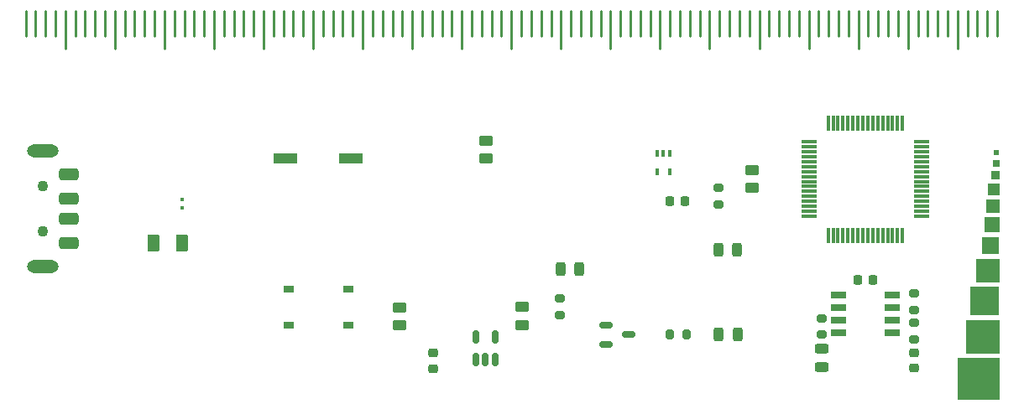
<source format=gts>
G04 #@! TF.GenerationSoftware,KiCad,Pcbnew,9.0.3*
G04 #@! TF.CreationDate,2025-10-17T11:28:40-04:00*
G04 #@! TF.ProjectId,smt_training,736d745f-7472-4616-996e-696e672e6b69,1*
G04 #@! TF.SameCoordinates,Original*
G04 #@! TF.FileFunction,Soldermask,Top*
G04 #@! TF.FilePolarity,Negative*
%FSLAX46Y46*%
G04 Gerber Fmt 4.6, Leading zero omitted, Abs format (unit mm)*
G04 Created by KiCad (PCBNEW 9.0.3) date 2025-10-17 11:28:40*
%MOMM*%
%LPD*%
G01*
G04 APERTURE LIST*
G04 Aperture macros list*
%AMRoundRect*
0 Rectangle with rounded corners*
0 $1 Rounding radius*
0 $2 $3 $4 $5 $6 $7 $8 $9 X,Y pos of 4 corners*
0 Add a 4 corners polygon primitive as box body*
4,1,4,$2,$3,$4,$5,$6,$7,$8,$9,$2,$3,0*
0 Add four circle primitives for the rounded corners*
1,1,$1+$1,$2,$3*
1,1,$1+$1,$4,$5*
1,1,$1+$1,$6,$7*
1,1,$1+$1,$8,$9*
0 Add four rect primitives between the rounded corners*
20,1,$1+$1,$2,$3,$4,$5,0*
20,1,$1+$1,$4,$5,$6,$7,0*
20,1,$1+$1,$6,$7,$8,$9,0*
20,1,$1+$1,$8,$9,$2,$3,0*%
G04 Aperture macros list end*
%ADD10C,0.250000*%
%ADD11R,1.600000X1.600000*%
%ADD12R,0.700000X0.700000*%
%ADD13R,3.000000X3.000000*%
%ADD14R,0.600000X0.600000*%
%ADD15R,2.400000X2.400000*%
%ADD16R,1.400000X1.400000*%
%ADD17R,0.900000X0.900000*%
%ADD18R,1.800000X1.800000*%
%ADD19R,1.200000X1.200000*%
%ADD20R,4.200000X4.200000*%
%ADD21R,3.400000X3.400000*%
%ADD22RoundRect,0.250000X0.450000X-0.262500X0.450000X0.262500X-0.450000X0.262500X-0.450000X-0.262500X0*%
%ADD23RoundRect,0.200000X0.275000X-0.200000X0.275000X0.200000X-0.275000X0.200000X-0.275000X-0.200000X0*%
%ADD24R,1.000000X0.700000*%
%ADD25RoundRect,0.090000X0.110000X-0.090000X0.110000X0.090000X-0.110000X0.090000X-0.110000X-0.090000X0*%
%ADD26RoundRect,0.243750X-0.243750X-0.456250X0.243750X-0.456250X0.243750X0.456250X-0.243750X0.456250X0*%
%ADD27R,1.500000X0.650000*%
%ADD28RoundRect,0.243750X0.456250X-0.243750X0.456250X0.243750X-0.456250X0.243750X-0.456250X-0.243750X0*%
%ADD29RoundRect,0.200000X-0.275000X0.200000X-0.275000X-0.200000X0.275000X-0.200000X0.275000X0.200000X0*%
%ADD30C,1.100000*%
%ADD31RoundRect,0.300000X0.700000X0.300000X-0.700000X0.300000X-0.700000X-0.300000X0.700000X-0.300000X0*%
%ADD32O,3.200000X1.300000*%
%ADD33RoundRect,0.243750X0.243750X0.456250X-0.243750X0.456250X-0.243750X-0.456250X0.243750X-0.456250X0*%
%ADD34RoundRect,0.150000X-0.512500X-0.150000X0.512500X-0.150000X0.512500X0.150000X-0.512500X0.150000X0*%
%ADD35RoundRect,0.075000X-0.700000X-0.075000X0.700000X-0.075000X0.700000X0.075000X-0.700000X0.075000X0*%
%ADD36RoundRect,0.075000X-0.075000X-0.700000X0.075000X-0.700000X0.075000X0.700000X-0.075000X0.700000X0*%
%ADD37RoundRect,0.225000X-0.225000X-0.250000X0.225000X-0.250000X0.225000X0.250000X-0.225000X0.250000X0*%
%ADD38RoundRect,0.200000X0.200000X0.275000X-0.200000X0.275000X-0.200000X-0.275000X0.200000X-0.275000X0*%
%ADD39RoundRect,0.100000X-0.100000X0.225000X-0.100000X-0.225000X0.100000X-0.225000X0.100000X0.225000X0*%
%ADD40RoundRect,0.225000X-0.250000X0.225000X-0.250000X-0.225000X0.250000X-0.225000X0.250000X0.225000X0*%
%ADD41RoundRect,0.150000X0.150000X-0.512500X0.150000X0.512500X-0.150000X0.512500X-0.150000X-0.512500X0*%
%ADD42R,2.400000X1.000000*%
%ADD43RoundRect,0.250000X0.375000X0.625000X-0.375000X0.625000X-0.375000X-0.625000X0.375000X-0.625000X0*%
G04 APERTURE END LIST*
D10*
X20390000Y-40232500D02*
X20390000Y-37692500D01*
X21390000Y-40232500D02*
X21390000Y-37692500D01*
X22390000Y-40232500D02*
X22390000Y-37692500D01*
X23390000Y-40232500D02*
X23390000Y-37692500D01*
X24390000Y-41502500D02*
X24390000Y-37692500D01*
X25390000Y-40232500D02*
X25390000Y-37692500D01*
X26390000Y-40232500D02*
X26390000Y-37692500D01*
X27390000Y-40232500D02*
X27390000Y-37692500D01*
X28390000Y-40232500D02*
X28390000Y-37692500D01*
X29390000Y-41502500D02*
X29390000Y-37692500D01*
X30390000Y-40232500D02*
X30390000Y-37692500D01*
X31390000Y-40232500D02*
X31390000Y-37692500D01*
X32390000Y-40232500D02*
X32390000Y-37692500D01*
X33390000Y-40232500D02*
X33390000Y-37692500D01*
X34390000Y-41502500D02*
X34390000Y-37692500D01*
X35390000Y-40232500D02*
X35390000Y-37692500D01*
X36390000Y-40232500D02*
X36390000Y-37692500D01*
X37390000Y-40232500D02*
X37390000Y-37692500D01*
X38390000Y-40232500D02*
X38390000Y-37692500D01*
X39390000Y-41502500D02*
X39390000Y-37692500D01*
X40390000Y-40232500D02*
X40390000Y-37692500D01*
X41390000Y-40232500D02*
X41390000Y-37692500D01*
X42390000Y-40232500D02*
X42390000Y-37692500D01*
X43390000Y-40232500D02*
X43390000Y-37692500D01*
X44390000Y-41502500D02*
X44390000Y-37692500D01*
X45390000Y-40232500D02*
X45390000Y-37692500D01*
X46390000Y-40232500D02*
X46390000Y-37692500D01*
X47390000Y-40232500D02*
X47390000Y-37692500D01*
X48390000Y-40232500D02*
X48390000Y-37692500D01*
X49390000Y-41502500D02*
X49390000Y-37692500D01*
X50390000Y-40232500D02*
X50390000Y-37692500D01*
X51390000Y-40232500D02*
X51390000Y-37692500D01*
X52390000Y-40232500D02*
X52390000Y-37692500D01*
X53390000Y-40232500D02*
X53390000Y-37692500D01*
X54390000Y-41502500D02*
X54390000Y-37692500D01*
X55390000Y-40232500D02*
X55390000Y-37692500D01*
X56390000Y-40232500D02*
X56390000Y-37692500D01*
X57390000Y-40232500D02*
X57390000Y-37692500D01*
X58390000Y-40232500D02*
X58390000Y-37692500D01*
X59390000Y-41502500D02*
X59390000Y-37692500D01*
X60390000Y-40232500D02*
X60390000Y-37692500D01*
X61390000Y-40232500D02*
X61390000Y-37692500D01*
X62390000Y-40232500D02*
X62390000Y-37692500D01*
X63390000Y-40232500D02*
X63390000Y-37692500D01*
X64390000Y-41502500D02*
X64390000Y-37692500D01*
X65390000Y-40232500D02*
X65390000Y-37692500D01*
X66390000Y-40232500D02*
X66390000Y-37692500D01*
X67390000Y-40232500D02*
X67390000Y-37692500D01*
X68390000Y-40232500D02*
X68390000Y-37692500D01*
X69390000Y-41502500D02*
X69390000Y-37692500D01*
X70390000Y-40232500D02*
X70390000Y-37692500D01*
X71390000Y-40232500D02*
X71390000Y-37692500D01*
X72390000Y-40232500D02*
X72390000Y-37692500D01*
X73390000Y-40232500D02*
X73390000Y-37692500D01*
X74390000Y-41502500D02*
X74390000Y-37692500D01*
X75390000Y-40232500D02*
X75390000Y-37692500D01*
X76390000Y-40232500D02*
X76390000Y-37692500D01*
X77390000Y-40232500D02*
X77390000Y-37692500D01*
X78390000Y-40232500D02*
X78390000Y-37692500D01*
X79390000Y-41502500D02*
X79390000Y-37692500D01*
X80390000Y-40232500D02*
X80390000Y-37692500D01*
X81390000Y-40232500D02*
X81390000Y-37692500D01*
X82390000Y-40232500D02*
X82390000Y-37692500D01*
X83390000Y-40232500D02*
X83390000Y-37692500D01*
X84390000Y-41502500D02*
X84390000Y-37692500D01*
X85390000Y-40232500D02*
X85390000Y-37692500D01*
X86390000Y-40232500D02*
X86390000Y-37692500D01*
X87390000Y-40232500D02*
X87390000Y-37692500D01*
X88390000Y-40232500D02*
X88390000Y-37692500D01*
X89390000Y-41502500D02*
X89390000Y-37692500D01*
X90390000Y-40232500D02*
X90390000Y-37692500D01*
X91390000Y-40232500D02*
X91390000Y-37692500D01*
X92390000Y-40232500D02*
X92390000Y-37692500D01*
X93390000Y-40232500D02*
X93390000Y-37692500D01*
X94390000Y-41502500D02*
X94390000Y-37692500D01*
X95390000Y-40232500D02*
X95390000Y-37692500D01*
X96390000Y-40232500D02*
X96390000Y-37692500D01*
X97390000Y-40232500D02*
X97390000Y-37692500D01*
X98390000Y-40232500D02*
X98390000Y-37692500D01*
X99390000Y-41502500D02*
X99390000Y-37692500D01*
X100390000Y-40232500D02*
X100390000Y-37692500D01*
X101390000Y-40232500D02*
X101390000Y-37692500D01*
X102390000Y-40232500D02*
X102390000Y-37692500D01*
X103390000Y-40232500D02*
X103390000Y-37692500D01*
X104390000Y-41502500D02*
X104390000Y-37692500D01*
X105390000Y-40232500D02*
X105390000Y-37692500D01*
X106390000Y-40232500D02*
X106390000Y-37692500D01*
X107390000Y-40232500D02*
X107390000Y-37692500D01*
X108390000Y-40232500D02*
X108390000Y-37692500D01*
X109390000Y-41502500D02*
X109390000Y-37692500D01*
X110390000Y-40232500D02*
X110390000Y-37692500D01*
X111390000Y-40232500D02*
X111390000Y-37692500D01*
X112390000Y-40232500D02*
X112390000Y-37692500D01*
X113390000Y-40232500D02*
X113390000Y-37692500D01*
X114390000Y-41502500D02*
X114390000Y-37692500D01*
X115390000Y-40232500D02*
X115390000Y-37692500D01*
X116390000Y-40232500D02*
X116390000Y-37692500D01*
X117390000Y-40232500D02*
X117390000Y-37692500D01*
X118390000Y-40232500D02*
X118390000Y-37692500D01*
D11*
X117840000Y-59343000D03*
D12*
X118290000Y-53093000D03*
D13*
X117140000Y-67043000D03*
D14*
X118340000Y-52043000D03*
D15*
X117440000Y-63943000D03*
D16*
X117940000Y-57443000D03*
D17*
X118190000Y-54293000D03*
D18*
X117740000Y-61443000D03*
D19*
X118040000Y-55743000D03*
D20*
X116540000Y-74843000D03*
D21*
X116940000Y-70643000D03*
D22*
X70470000Y-69452500D03*
X70470000Y-67627500D03*
X93660000Y-55592500D03*
X93660000Y-53767500D03*
D23*
X100660000Y-70394750D03*
X100660000Y-68744750D03*
D24*
X46910000Y-65802500D03*
X52910000Y-65802500D03*
X46910000Y-69502500D03*
X52910000Y-69502500D03*
D22*
X66830000Y-52652500D03*
X66830000Y-50827500D03*
D25*
X36140000Y-56770000D03*
X36140000Y-57610000D03*
D26*
X90318750Y-70420000D03*
X92193750Y-70420000D03*
D27*
X102390000Y-66425000D03*
X102390000Y-67695000D03*
X102390000Y-68965000D03*
X102390000Y-70235000D03*
X107790000Y-70235000D03*
X107790000Y-68965000D03*
X107790000Y-67695000D03*
X107790000Y-66425000D03*
D28*
X100660000Y-73672250D03*
X100660000Y-71797250D03*
D29*
X110020000Y-66260000D03*
X110020000Y-67910000D03*
D30*
X22140000Y-59942500D03*
X22140000Y-55442500D03*
D31*
X24740000Y-61192500D03*
X24740000Y-58692500D03*
X24740000Y-56692500D03*
X24740000Y-54192500D03*
D32*
X22140000Y-63542500D03*
X22140000Y-51842500D03*
D33*
X92127500Y-61822502D03*
X90252500Y-61822502D03*
D29*
X74260000Y-66782500D03*
X74260000Y-68432500D03*
D34*
X78952500Y-69470000D03*
X78952500Y-71370000D03*
X81227500Y-70420000D03*
D35*
X99415000Y-50942500D03*
X99415000Y-51442500D03*
X99415000Y-51942500D03*
X99415000Y-52442500D03*
X99415000Y-52942500D03*
X99415000Y-53442500D03*
X99415000Y-53942500D03*
X99415000Y-54442500D03*
X99415000Y-54942500D03*
X99415000Y-55442500D03*
X99415000Y-55942500D03*
X99415000Y-56442500D03*
X99415000Y-56942500D03*
X99415000Y-57442500D03*
X99415000Y-57942500D03*
X99415000Y-58442500D03*
D36*
X101340000Y-60367500D03*
X101840000Y-60367500D03*
X102340000Y-60367500D03*
X102840000Y-60367500D03*
X103340000Y-60367500D03*
X103840000Y-60367500D03*
X104340000Y-60367500D03*
X104840000Y-60367500D03*
X105340000Y-60367500D03*
X105840000Y-60367500D03*
X106340000Y-60367500D03*
X106840000Y-60367500D03*
X107340000Y-60367500D03*
X107840000Y-60367500D03*
X108340000Y-60367500D03*
X108840000Y-60367500D03*
D35*
X110765000Y-58442500D03*
X110765000Y-57942500D03*
X110765000Y-57442500D03*
X110765000Y-56942500D03*
X110765000Y-56442500D03*
X110765000Y-55942500D03*
X110765000Y-55442500D03*
X110765000Y-54942500D03*
X110765000Y-54442500D03*
X110765000Y-53942500D03*
X110765000Y-53442500D03*
X110765000Y-52942500D03*
X110765000Y-52442500D03*
X110765000Y-51942500D03*
X110765000Y-51442500D03*
X110765000Y-50942500D03*
D36*
X108840000Y-49017500D03*
X108340000Y-49017500D03*
X107840000Y-49017500D03*
X107340000Y-49017500D03*
X106840000Y-49017500D03*
X106340000Y-49017500D03*
X105840000Y-49017500D03*
X105340000Y-49017500D03*
X104840000Y-49017500D03*
X104340000Y-49017500D03*
X103840000Y-49017500D03*
X103340000Y-49017500D03*
X102840000Y-49017500D03*
X102340000Y-49017500D03*
X101840000Y-49017500D03*
X101340000Y-49017500D03*
D37*
X104315000Y-64875000D03*
X105865000Y-64875000D03*
X85335000Y-56950000D03*
X86885000Y-56950000D03*
D38*
X87061250Y-70420000D03*
X85411250Y-70420000D03*
D39*
X85360000Y-52102500D03*
X84710000Y-52102500D03*
X84060000Y-52102500D03*
X84060000Y-54002500D03*
X85360000Y-54002500D03*
D40*
X110020000Y-72230000D03*
X110020000Y-73780000D03*
D29*
X110020000Y-69220000D03*
X110020000Y-70870000D03*
D41*
X65830000Y-72960000D03*
X66780000Y-72960000D03*
X67730000Y-72960000D03*
X67730000Y-70685000D03*
X65830000Y-70685000D03*
D40*
X61490000Y-72275000D03*
X61490000Y-73825000D03*
D23*
X90250000Y-57245000D03*
X90250000Y-55595000D03*
D22*
X58140000Y-69492500D03*
X58140000Y-67667500D03*
D42*
X46610000Y-52652500D03*
X53210000Y-52652500D03*
D33*
X76197500Y-63822500D03*
X74322500Y-63822500D03*
D43*
X36140000Y-61190000D03*
X33340000Y-61190000D03*
M02*

</source>
